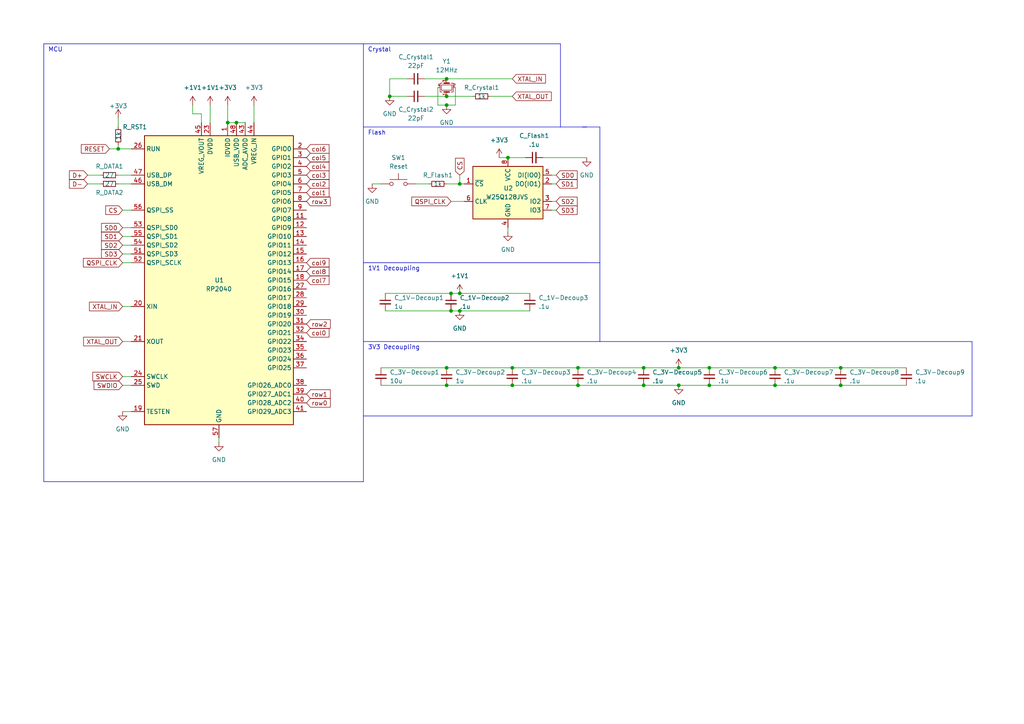
<source format=kicad_sch>
(kicad_sch (version 20230121) (generator eeschema)
  (paper "A4")
  (lib_symbols
    (symbol "Device:C_Small" (pin_numbers hide) (pin_names (offset 0.254) hide)
      (property "Reference" "C" (at 0.254 1.778 0))
      (property "Value" "C_Small" (at 0.254 -2.032 0))
      (symbol "C_Small_0_1"
        (polyline (pts (xy -1.524 -0.508) (xy 1.524 -0.508)) (stroke (width 0.3302)))
        (polyline (pts (xy -1.524 0.508) (xy 1.524 0.508)) (stroke (width 0.3048)))
      )
      (symbol "C_Small_1_1"
        (pin passive line (at 0 2.54 270) (length 2.032) (name "~") (number "1"))
        (pin passive line (at 0 -2.54 90) (length 2.032) (name "~") (number "2"))
      )
    )
    (symbol "Device:Crystal_GND24_Small" (pin_names (offset 1.016) hide)
      (property "Reference" "Y" (at 1.27 4.445 0))
      (property "Value" "Crystal_GND24_Small" (at 1.27 2.54 0))
      (symbol "Crystal_GND24_Small_0_1"
        (rectangle (start -0.762 -1.524) (end 0.762 1.524))
        (polyline (pts (xy -1.27 -0.762) (xy -1.27 0.762)) (stroke (width 0.381)))
        (polyline (pts (xy 1.27 -0.762) (xy 1.27 0.762)) (stroke (width 0.381)))
        (polyline (pts (xy -1.27 -1.27) (xy -1.27 -1.905) (xy 1.27 -1.905) (xy 1.27 -1.27)))
        (polyline (pts (xy -1.27 1.27) (xy -1.27 1.905) (xy 1.27 1.905) (xy 1.27 1.27)))
      )
      (symbol "Crystal_GND24_Small_1_1"
        (pin passive line (at -2.54 0 0) (length 1.27) (name "1") (number "1"))
        (pin passive line (at 0 -2.54 90) (length 0.635) (name "2") (number "2"))
        (pin passive line (at 2.54 0 180) (length 1.27) (name "3") (number "3"))
        (pin passive line (at 0 2.54 270) (length 0.635) (name "4") (number "4"))
      )
    )
    (symbol "Device:R_Small" (pin_numbers hide) (pin_names (offset 0.254) hide)
      (property "Reference" "R" (at 0.762 0.508 0))
      (property "Value" "R_Small" (at 0.762 -1.016 0))
      (symbol "R_Small_0_1"
        (rectangle (start -0.762 1.778) (end 0.762 -1.778) (stroke (width 0.2032)))
      )
      (symbol "R_Small_1_1"
        (pin passive line (at 0 2.54 270) (length 0.762) (name "~") (number "1"))
        (pin passive line (at 0 -2.54 90) (length 0.762) (name "~") (number "2"))
      )
    )
    (symbol "MCU_RaspberryPi:RP2040"
      (property "Reference" "U" (at 17.78 45.72 0))
      (property "Value" "RP2040" (at 17.78 43.18 0))
      (symbol "RP2040_0_1"
        (rectangle (start -21.59 41.91) (end 21.59 -41.91) (stroke (width 0.254)) (fill (type background)))
      )
      (symbol "RP2040_1_1"
        (pin power_in line (at 2.54 45.72 270) (length 3.81) (name "IOVDD") (number "1"))
        (pin passive line (at 2.54 45.72 270) (length 3.81) hide (name "IOVDD") (number "10"))
        (pin bidirectional line (at 25.4 17.78 180) (length 3.81) (name "GPIO8") (number "11"))
        (pin bidirectional line (at 25.4 15.24 180) (length 3.81) (name "GPIO9") (number "12"))
        (pin bidirectional line (at 25.4 12.7 180) (length 3.81) (name "GPIO10") (number "13"))
        (pin bidirectional line (at 25.4 10.16 180) (length 3.81) (name "GPIO11") (number "14"))
        (pin bidirectional line (at 25.4 7.62 180) (length 3.81) (name "GPIO12") (number "15"))
        (pin bidirectional line (at 25.4 5.08 180) (length 3.81) (name "GPIO13") (number "16"))
        (pin bidirectional line (at 25.4 2.54 180) (length 3.81) (name "GPIO14") (number "17"))
        (pin bidirectional line (at 25.4 0 180) (length 3.81) (name "GPIO15") (number "18"))
        (pin input line (at -25.4 -38.1 0) (length 3.81) (name "TESTEN") (number "19"))
        (pin bidirectional line (at 25.4 38.1 180) (length 3.81) (name "GPIO0") (number "2"))
        (pin input line (at -25.4 -7.62 0) (length 3.81) (name "XIN") (number "20"))
        (pin passive line (at -25.4 -17.78 0) (length 3.81) (name "XOUT") (number "21"))
        (pin passive line (at 2.54 45.72 270) (length 3.81) hide (name "IOVDD") (number "22"))
        (pin power_in line (at -2.54 45.72 270) (length 3.81) (name "DVDD") (number "23"))
        (pin output line (at -25.4 -27.94 0) (length 3.81) (name "SWCLK") (number "24"))
        (pin bidirectional line (at -25.4 -30.48 0) (length 3.81) (name "SWD") (number "25"))
        (pin input line (at -25.4 38.1 0) (length 3.81) (name "RUN") (number "26"))
        (pin bidirectional line (at 25.4 -2.54 180) (length 3.81) (name "GPIO16") (number "27"))
        (pin bidirectional line (at 25.4 -5.08 180) (length 3.81) (name "GPIO17") (number "28"))
        (pin bidirectional line (at 25.4 -7.62 180) (length 3.81) (name "GPIO18") (number "29"))
        (pin bidirectional line (at 25.4 35.56 180) (length 3.81) (name "GPIO1") (number "3"))
        (pin bidirectional line (at 25.4 -10.16 180) (length 3.81) (name "GPIO19") (number "30"))
        (pin bidirectional line (at 25.4 -12.7 180) (length 3.81) (name "GPIO20") (number "31"))
        (pin bidirectional line (at 25.4 -15.24 180) (length 3.81) (name "GPIO21") (number "32"))
        (pin passive line (at 2.54 45.72 270) (length 3.81) hide (name "IOVDD") (number "33"))
        (pin bidirectional line (at 25.4 -17.78 180) (length 3.81) (name "GPIO22") (number "34"))
        (pin bidirectional line (at 25.4 -20.32 180) (length 3.81) (name "GPIO23") (number "35"))
        (pin bidirectional line (at 25.4 -22.86 180) (length 3.81) (name "GPIO24") (number "36"))
        (pin bidirectional line (at 25.4 -25.4 180) (length 3.81) (name "GPIO25") (number "37"))
        (pin bidirectional line (at 25.4 -30.48 180) (length 3.81) (name "GPIO26_ADC0") (number "38"))
        (pin bidirectional line (at 25.4 -33.02 180) (length 3.81) (name "GPIO27_ADC1") (number "39"))
        (pin bidirectional line (at 25.4 33.02 180) (length 3.81) (name "GPIO2") (number "4"))
        (pin bidirectional line (at 25.4 -35.56 180) (length 3.81) (name "GPIO28_ADC2") (number "40"))
        (pin bidirectional line (at 25.4 -38.1 180) (length 3.81) (name "GPIO29_ADC3") (number "41"))
        (pin passive line (at 2.54 45.72 270) (length 3.81) hide (name "IOVDD") (number "42"))
        (pin power_in line (at 7.62 45.72 270) (length 3.81) (name "ADC_AVDD") (number "43"))
        (pin power_in line (at 10.16 45.72 270) (length 3.81) (name "VREG_IN") (number "44"))
        (pin power_out line (at -5.08 45.72 270) (length 3.81) (name "VREG_VOUT") (number "45"))
        (pin bidirectional line (at -25.4 27.94 0) (length 3.81) (name "USB_DM") (number "46"))
        (pin bidirectional line (at -25.4 30.48 0) (length 3.81) (name "USB_DP") (number "47"))
        (pin power_in line (at 5.08 45.72 270) (length 3.81) (name "USB_VDD") (number "48"))
        (pin passive line (at 2.54 45.72 270) (length 3.81) hide (name "IOVDD") (number "49"))
        (pin bidirectional line (at 25.4 30.48 180) (length 3.81) (name "GPIO3") (number "5"))
        (pin passive line (at -2.54 45.72 270) (length 3.81) hide (name "DVDD") (number "50"))
        (pin bidirectional line (at -25.4 7.62 0) (length 3.81) (name "QSPI_SD3") (number "51"))
        (pin output line (at -25.4 5.08 0) (length 3.81) (name "QSPI_SCLK") (number "52"))
        (pin bidirectional line (at -25.4 15.24 0) (length 3.81) (name "QSPI_SD0") (number "53"))
        (pin bidirectional line (at -25.4 10.16 0) (length 3.81) (name "QSPI_SD2") (number "54"))
        (pin bidirectional line (at -25.4 12.7 0) (length 3.81) (name "QSPI_SD1") (number "55"))
        (pin bidirectional line (at -25.4 20.32 0) (length 3.81) (name "QSPI_SS") (number "56"))
        (pin power_in line (at 0 -45.72 90) (length 3.81) (name "GND") (number "57"))
        (pin bidirectional line (at 25.4 27.94 180) (length 3.81) (name "GPIO4") (number "6"))
        (pin bidirectional line (at 25.4 25.4 180) (length 3.81) (name "GPIO5") (number "7"))
        (pin bidirectional line (at 25.4 22.86 180) (length 3.81) (name "GPIO6") (number "8"))
        (pin bidirectional line (at 25.4 20.32 180) (length 3.81) (name "GPIO7") (number "9"))
      )
    )
    (symbol "Memory_Flash:W25Q128JVS"
      (property "Reference" "U" (at -8.89 8.89 0))
      (property "Value" "W25Q128JVS" (at 7.62 8.89 0))
      (symbol "W25Q128JVS_0_1"
        (rectangle (start -10.16 7.62) (end 10.16 -7.62) (stroke (width 0.254)) (fill (type background)))
      )
      (symbol "W25Q128JVS_1_1"
        (pin input line (at -12.7 2.54 0) (length 2.54) (name "~{CS}") (number "1"))
        (pin bidirectional line (at 12.7 2.54 180) (length 2.54) (name "DO(IO1)") (number "2"))
        (pin bidirectional line (at 12.7 -2.54 180) (length 2.54) (name "IO2") (number "3"))
        (pin power_in line (at 0 -10.16 90) (length 2.54) (name "GND") (number "4"))
        (pin bidirectional line (at 12.7 5.08 180) (length 2.54) (name "DI(IO0)") (number "5"))
        (pin input line (at -12.7 -2.54 0) (length 2.54) (name "CLK") (number "6"))
        (pin bidirectional line (at 12.7 -5.08 180) (length 2.54) (name "IO3") (number "7"))
        (pin power_in line (at 0 10.16 270) (length 2.54) (name "VCC") (number "8"))
      )
    )
    (symbol "Switch:SW_Push" (pin_numbers hide) (pin_names (offset 1.016) hide)
      (property "Reference" "SW" (at 1.27 2.54 0))
      (property "Value" "SW_Push" (at 0 -1.524 0))
      (symbol "SW_Push_0_1"
        (circle (center -2.032 0) (radius 0.508))
        (polyline (pts (xy 0 1.27) (xy 0 3.048)))
        (polyline (pts (xy 2.54 1.27) (xy -2.54 1.27)))
        (circle (center 2.032 0) (radius 0.508))
        (pin passive line (at -5.08 0 0) (length 2.54) (name "1") (number "1"))
        (pin passive line (at 5.08 0 180) (length 2.54) (name "2") (number "2"))
      )
    )
    (symbol "power:+1V1" (power) (pin_names (offset 0))
      (property "Value" "+1V1" (at 0 3.556 0))
      (symbol "+1V1_0_1"
        (polyline (pts (xy -0.762 1.27) (xy 0 2.54)))
        (polyline (pts (xy 0 0) (xy 0 2.54)))
        (polyline (pts (xy 0 2.54) (xy 0.762 1.27)))
      )
      (symbol "+1V1_1_1"
        (pin power_in line (at 0 0 90) (length 0) hide (name "+1V1") (number "1"))
      )
    )
    (symbol "power:+3V3" (power) (pin_names (offset 0))
      (property "Value" "+3V3" (at 0 3.556 0))
      (symbol "+3V3_0_1"
        (polyline (pts (xy -0.762 1.27) (xy 0 2.54)))
        (polyline (pts (xy 0 0) (xy 0 2.54)))
        (polyline (pts (xy 0 2.54) (xy 0.762 1.27)))
      )
      (symbol "+3V3_1_1"
        (pin power_in line (at 0 0 90) (length 0) hide (name "+3V3") (number "1"))
      )
    )
    (symbol "power:GND" (power) (pin_names (offset 0))
      (property "Value" "GND" (at 0 -3.81 0))
      (symbol "GND_0_1"
        (polyline (pts (xy 0 0) (xy 0 -1.27) (xy 1.27 -1.27) (xy 0 -2.54) (xy -1.27 -1.27) (xy 0 -1.27)))
      )
      (symbol "GND_1_1"
        (pin power_in line (at 0 0 270) (length 0) hide (name "GND") (number "1"))
      )
    )
  )
  (junction (at 243.84 111.76))
  (junction (at 130.81 85.09))
  (junction (at 129.54 111.76))
  (junction (at 130.81 90.17))
  (junction (at 196.85 111.76))
  (junction (at 148.59 111.76))
  (junction (at 129.54 22.86))
  (junction (at 133.35 85.09))
  (junction (at 167.64 106.68))
  (junction (at 129.54 30.48))
  (junction (at 196.85 106.68))
  (junction (at 66.04 35.56))
  (junction (at 186.69 111.76))
  (junction (at 205.74 106.68))
  (junction (at 147.32 45.72))
  (junction (at 129.54 27.94))
  (junction (at 113.03 27.94))
  (junction (at 243.84 106.68))
  (junction (at 224.79 106.68))
  (junction (at 148.59 106.68))
  (junction (at 133.35 90.17))
  (junction (at 205.74 111.76))
  (junction (at 224.79 111.76))
  (junction (at 186.69 106.68))
  (junction (at 129.54 106.68))
  (junction (at 167.64 111.76))
  (junction (at 34.29 43.18))
  (junction (at 133.35 53.34))
  (junction (at 68.58 35.56))
  (wire (pts (xy 35.56 66.04) (xy 38.1 66.04)))
  (polyline (pts (xy 162.56 36.83) (xy 105.41 36.83)))
  (polyline (pts (xy 105.41 76.2) (xy 173.99 76.2)))
  (wire (pts (xy 35.56 76.2) (xy 38.1 76.2)))
  (wire (pts (xy 129.54 111.76) (xy 148.59 111.76)))
  (wire (pts (xy 35.56 99.06) (xy 38.1 99.06)))
  (wire (pts (xy 35.56 68.58) (xy 38.1 68.58)))
  (wire (pts (xy 142.24 27.94) (xy 148.59 27.94)))
  (wire (pts (xy 133.35 50.8) (xy 133.35 53.34)))
  (wire (pts (xy 133.35 53.34) (xy 134.62 53.34)))
  (wire (pts (xy 205.74 106.68) (xy 224.79 106.68)))
  (wire (pts (xy 55.88 30.48) (xy 55.88 33.02)))
  (wire (pts (xy 148.59 111.76) (xy 167.64 111.76)))
  (wire (pts (xy 107.95 53.34) (xy 110.49 53.34)))
  (wire (pts (xy 113.03 27.94) (xy 118.11 27.94)))
  (wire (pts (xy 160.02 60.96) (xy 161.29 60.96)))
  (wire (pts (xy 243.84 106.68) (xy 262.89 106.68)))
  (wire (pts (xy 68.58 35.56) (xy 71.12 35.56)))
  (wire (pts (xy 127 25.4) (xy 127 30.48)))
  (wire (pts (xy 35.56 71.12) (xy 38.1 71.12)))
  (wire (pts (xy 31.75 43.18) (xy 34.29 43.18)))
  (polyline (pts (xy 173.99 36.83) (xy 173.99 76.2)))
  (wire (pts (xy 129.54 22.86) (xy 148.59 22.86)))
  (polyline (pts (xy 105.41 99.06) (xy 173.99 99.06)))
  (polyline (pts (xy 162.56 36.83) (xy 170.18 36.83)))
  (wire (pts (xy 127 30.48) (xy 129.54 30.48)))
  (wire (pts (xy 58.42 33.02) (xy 55.88 33.02)))
  (wire (pts (xy 34.29 50.8) (xy 38.1 50.8)))
  (wire (pts (xy 113.03 22.86) (xy 118.11 22.86)))
  (wire (pts (xy 196.85 111.76) (xy 205.74 111.76)))
  (wire (pts (xy 196.85 106.68) (xy 205.74 106.68)))
  (wire (pts (xy 224.79 111.76) (xy 243.84 111.76)))
  (wire (pts (xy 167.64 111.76) (xy 186.69 111.76)))
  (polyline (pts (xy 173.99 76.2) (xy 173.99 99.06)))
  (wire (pts (xy 130.81 58.42) (xy 134.62 58.42)))
  (wire (pts (xy 129.54 106.68) (xy 148.59 106.68)))
  (polyline (pts (xy 162.56 12.7) (xy 162.56 36.83)))
  (wire (pts (xy 130.81 85.09) (xy 133.35 85.09)))
  (wire (pts (xy 73.66 30.48) (xy 73.66 35.56)))
  (wire (pts (xy 66.04 35.56) (xy 68.58 35.56)))
  (wire (pts (xy 133.35 90.17) (xy 153.67 90.17)))
  (wire (pts (xy 123.19 22.86) (xy 129.54 22.86)))
  (wire (pts (xy 25.4 50.8) (xy 29.21 50.8)))
  (polyline (pts (xy 105.41 12.7) (xy 162.56 12.7)))
  (wire (pts (xy 129.54 27.94) (xy 137.16 27.94)))
  (wire (pts (xy 123.19 27.94) (xy 129.54 27.94)))
  (wire (pts (xy 35.56 60.96) (xy 38.1 60.96)))
  (wire (pts (xy 129.54 53.34) (xy 133.35 53.34)))
  (wire (pts (xy 35.56 73.66) (xy 38.1 73.66)))
  (wire (pts (xy 60.96 30.48) (xy 60.96 35.56)))
  (wire (pts (xy 160.02 50.8) (xy 161.29 50.8)))
  (wire (pts (xy 110.49 106.68) (xy 129.54 106.68)))
  (wire (pts (xy 160.02 58.42) (xy 161.29 58.42)))
  (polyline (pts (xy 281.94 120.65) (xy 105.41 120.65)))
  (wire (pts (xy 130.81 90.17) (xy 133.35 90.17)))
  (wire (pts (xy 113.03 22.86) (xy 113.03 27.94)))
  (wire (pts (xy 243.84 111.76) (xy 262.89 111.76)))
  (wire (pts (xy 157.48 45.72) (xy 170.18 45.72)))
  (wire (pts (xy 35.56 111.76) (xy 38.1 111.76)))
  (polyline (pts (xy 281.94 99.06) (xy 281.94 120.65)))
  (polyline (pts (xy 12.7 12.7) (xy 105.41 12.7)))
  (wire (pts (xy 186.69 106.68) (xy 196.85 106.68)))
  (wire (pts (xy 224.79 106.68) (xy 243.84 106.68)))
  (wire (pts (xy 34.29 43.18) (xy 38.1 43.18)))
  (wire (pts (xy 148.59 106.68) (xy 167.64 106.68)))
  (wire (pts (xy 35.56 88.9) (xy 38.1 88.9)))
  (wire (pts (xy 205.74 111.76) (xy 224.79 111.76)))
  (wire (pts (xy 186.69 111.76) (xy 196.85 111.76)))
  (wire (pts (xy 132.08 30.48) (xy 129.54 30.48)))
  (wire (pts (xy 34.29 41.91) (xy 34.29 43.18)))
  (wire (pts (xy 111.76 85.09) (xy 130.81 85.09)))
  (wire (pts (xy 35.56 109.22) (xy 38.1 109.22)))
  (wire (pts (xy 66.04 30.48) (xy 66.04 35.56)))
  (wire (pts (xy 132.08 25.4) (xy 132.08 30.48)))
  (wire (pts (xy 144.78 45.72) (xy 147.32 45.72)))
  (wire (pts (xy 147.32 66.04) (xy 147.32 67.31)))
  (wire (pts (xy 63.5 127) (xy 63.5 128.27)))
  (polyline (pts (xy 173.99 99.06) (xy 281.94 99.06)))
  (polyline (pts (xy 168.91 36.83) (xy 173.99 36.83)))
  (wire (pts (xy 110.49 111.76) (xy 129.54 111.76)))
  (wire (pts (xy 58.42 33.02) (xy 58.42 35.56)))
  (wire (pts (xy 111.76 90.17) (xy 130.81 90.17)))
  (polyline (pts (xy 12.7 139.7) (xy 105.41 139.7)))
  (wire (pts (xy 160.02 53.34) (xy 161.29 53.34)))
  (wire (pts (xy 167.64 106.68) (xy 186.69 106.68)))
  (polyline (pts (xy 105.41 12.7) (xy 105.41 139.7)))
  (wire (pts (xy 35.56 119.38) (xy 38.1 119.38)))
  (wire (pts (xy 34.29 34.29) (xy 34.29 36.83)))
  (wire (pts (xy 25.4 53.34) (xy 29.21 53.34)))
  (wire (pts (xy 34.29 53.34) (xy 38.1 53.34)))
  (wire (pts (xy 133.35 85.09) (xy 153.67 85.09)))
  (wire (pts (xy 147.32 45.72) (xy 152.4 45.72)))
  (wire (pts (xy 120.65 53.34) (xy 124.46 53.34)))
  (polyline (pts (xy 12.7 139.7) (xy 12.7 12.7)))
  (polyline (pts (xy 105.41 76.2) (xy 170.18 76.2)))
  (text "1V1 Decoupling\n" (at 106.68 78.74 0) (effects (font (size 1.27 1.27)) (justify left bottom)))
  (text "Crystal\n" (at 106.68 15.24 0) (effects (font (size 1.27 1.27)) (justify left bottom)))
  (text "MCU" (at 13.97 15.24 0) (effects (font (size 1.27 1.27)) (justify left bottom)))
  (text "Flash" (at 106.68 39.37 0) (effects (font (size 1.27 1.27)) (justify left bottom)))
  (text "3V3 Decoupling" (at 106.68 101.6 0) (effects (font (size 1.27 1.27)) (justify left bottom)))
  (global_label "col8" (shape input) (at 88.9 78.74 0) (property "Intersheetrefs" "${INTERSHEET_REFS}" (effects hide)))
  (global_label "SD2" (shape input) (at 35.56 71.12 180) (property "Intersheetrefs" "${INTERSHEET_REFS}" (effects hide)))
  (global_label "QSPI_CLK" (shape input) (at 130.81 58.42 180) (property "Intersheetrefs" "${INTERSHEET_REFS}" (effects hide)))
  (global_label "SD3" (shape input) (at 35.56 73.66 180) (property "Intersheetrefs" "${INTERSHEET_REFS}" (effects hide)))
  (global_label "SD0" (shape input) (at 161.29 50.8 0) (property "Intersheetrefs" "${INTERSHEET_REFS}" (effects hide)))
  (global_label "XTAL_OUT" (shape input) (at 148.59 27.94 0) (property "Intersheetrefs" "${INTERSHEET_REFS}" (effects hide)))
  (global_label "col7" (shape input) (at 88.9 81.28 0) (property "Intersheetrefs" "${INTERSHEET_REFS}" (effects hide)))
  (global_label "row3" (shape input) (at 88.9 58.42 0) (property "Intersheetrefs" "${INTERSHEET_REFS}" (effects hide)))
  (global_label "SWCLK" (shape input) (at 35.56 109.22 180) (property "Intersheetrefs" "${INTERSHEET_REFS}" (effects hide)))
  (global_label "col3" (shape input) (at 88.9 50.8 0) (property "Intersheetrefs" "${INTERSHEET_REFS}" (effects hide)))
  (global_label "col5" (shape input) (at 88.9 45.72 0) (property "Intersheetrefs" "${INTERSHEET_REFS}" (effects hide)))
  (global_label "col2" (shape input) (at 88.9 53.34 0) (property "Intersheetrefs" "${INTERSHEET_REFS}" (effects hide)))
  (global_label "col4" (shape input) (at 88.9 48.26 0) (property "Intersheetrefs" "${INTERSHEET_REFS}" (effects hide)))
  (global_label "CS" (shape input) (at 35.56 60.96 180) (property "Intersheetrefs" "${INTERSHEET_REFS}" (effects hide)))
  (global_label "row1" (shape input) (at 88.9 114.3 0) (property "Intersheetrefs" "${INTERSHEET_REFS}" (effects hide)))
  (global_label "D+" (shape input) (at 25.4 50.8 180) (property "Intersheetrefs" "${INTERSHEET_REFS}" (effects hide)))
  (global_label "D-" (shape input) (at 25.4 53.34 180) (property "Intersheetrefs" "${INTERSHEET_REFS}" (effects hide)))
  (global_label "SD0" (shape input) (at 35.56 66.04 180) (property "Intersheetrefs" "${INTERSHEET_REFS}" (effects hide)))
  (global_label "XTAL_IN" (shape input) (at 148.59 22.86 0) (property "Intersheetrefs" "${INTERSHEET_REFS}" (effects hide)))
  (global_label "SD1" (shape input) (at 161.29 53.34 0) (property "Intersheetrefs" "${INTERSHEET_REFS}" (effects hide)))
  (global_label "CS" (shape input) (at 133.35 50.8 90) (property "Intersheetrefs" "${INTERSHEET_REFS}" (effects hide)))
  (global_label "row2" (shape input) (at 88.9 93.98 0) (property "Intersheetrefs" "${INTERSHEET_REFS}" (effects hide)))
  (global_label "SD1" (shape input) (at 35.56 68.58 180) (property "Intersheetrefs" "${INTERSHEET_REFS}" (effects hide)))
  (global_label "col9" (shape input) (at 88.9 76.2 0) (property "Intersheetrefs" "${INTERSHEET_REFS}" (effects hide)))
  (global_label "SD3" (shape input) (at 161.29 60.96 0) (property "Intersheetrefs" "${INTERSHEET_REFS}" (effects hide)))
  (global_label "XTAL_IN" (shape input) (at 35.56 88.9 180) (property "Intersheetrefs" "${INTERSHEET_REFS}" (effects hide)))
  (global_label "SD2" (shape input) (at 161.29 58.42 0) (property "Intersheetrefs" "${INTERSHEET_REFS}" (effects hide)))
  (global_label "XTAL_OUT" (shape input) (at 35.56 99.06 180) (property "Intersheetrefs" "${INTERSHEET_REFS}" (effects hide)))
  (global_label "QSPI_CLK" (shape input) (at 35.56 76.2 180) (property "Intersheetrefs" "${INTERSHEET_REFS}" (effects hide)))
  (global_label "col0" (shape input) (at 88.9 96.52 0) (property "Intersheetrefs" "${INTERSHEET_REFS}" (effects hide)))
  (global_label "RESET" (shape input) (at 31.75 43.18 180) (property "Intersheetrefs" "${INTERSHEET_REFS}" (effects hide)))
  (global_label "row0" (shape input) (at 88.9 116.84 0) (property "Intersheetrefs" "${INTERSHEET_REFS}" (effects hide)))
  (global_label "col1" (shape input) (at 88.9 55.88 0) (property "Intersheetrefs" "${INTERSHEET_REFS}" (effects hide)))
  (global_label "SWDIO" (shape input) (at 35.56 111.76 180) (property "Intersheetrefs" "${INTERSHEET_REFS}" (effects hide)))
  (global_label "col6" (shape input) (at 88.9 43.18 0) (property "Intersheetrefs" "${INTERSHEET_REFS}" (effects hide)))
  (symbol (lib_id "Device:C_Small") (at 224.79 109.22 0) (unit 1)
    (property "Reference" "C_3V-Decoup7" (at 227.33 107.9562 0) (effects (justify left)))
    (property "Value" ".1u" (at 227.33 110.4962 0) (effects (justify left)))
    (property "Footprint" "Capacitor_SMD:C_0402_1005Metric" (effects hide))
  )
  (symbol (lib_id "Device:C_Small") (at 205.74 109.22 0) (unit 1)
    (property "Reference" "C_3V-Decoup6" (at 208.28 107.9562 0) (effects (justify left)))
    (property "Value" ".1u" (at 208.28 110.4962 0) (effects (justify left)))
    (property "Footprint" "Capacitor_SMD:C_0402_1005Metric" (effects hide))
  )
  (symbol (lib_id "Device:C_Small") (at 111.76 87.63 0) (unit 1)
    (property "Reference" "C_1V-Decoup1" (at 114.3 86.3662 0) (effects (justify left)))
    (property "Value" "1u" (at 114.3 88.9062 0) (effects (justify left)))
    (property "Footprint" "Capacitor_SMD:C_0402_1005Metric" (effects hide))
  )
  (symbol (lib_id "power:GND") (at 113.03 27.94 0) (unit 1)
    (property "Reference" "#PWR0109" (effects hide))
    (property "Value" "GND" (at 113.03 33.02 0))
  )
  (symbol (lib_id "power:+3V3") (at 144.78 45.72 0) (unit 1)
    (property "Reference" "#PWR0106" (effects hide))
    (property "Value" "+3V3" (at 144.78 40.64 0))
  )
  (symbol (lib_id "power:GND") (at 170.18 45.72 0) (unit 1)
    (property "Reference" "#PWR0111" (effects hide))
    (property "Value" "GND" (at 170.18 50.8 0))
  )
  (symbol (lib_id "power:GND") (at 107.95 53.34 0) (unit 1)
    (property "Reference" "#PWR0108" (effects hide))
    (property "Value" "GND" (at 107.95 58.42 0))
  )
  (symbol (lib_id "Device:C_Small") (at 262.89 109.22 0) (unit 1)
    (property "Reference" "C_3V-Decoup9" (at 265.43 107.9562 0) (effects (justify left)))
    (property "Value" ".1u" (at 265.43 110.4962 0) (effects (justify left)))
    (property "Footprint" "Capacitor_SMD:C_0402_1005Metric" (effects hide))
  )
  (symbol (lib_id "power:GND") (at 63.5 128.27 0) (unit 1)
    (property "Reference" "#PWR0115" (effects hide))
    (property "Value" "GND" (at 63.5 133.35 0))
  )
  (symbol (lib_id "Device:C_Small") (at 110.49 109.22 0) (unit 1)
    (property "Reference" "C_3V-Decoup1" (at 113.03 107.9562 0) (effects (justify left)))
    (property "Value" "10u" (at 113.03 110.4962 0) (effects (justify left)))
    (property "Footprint" "Capacitor_SMD:C_0402_1005Metric" (effects hide))
  )
  (symbol (lib_id "power:+1V1") (at 133.35 85.09 0) (unit 1)
    (property "Reference" "#PWR0112" (effects hide))
    (property "Value" "+1V1" (at 133.35 80.01 0))
  )
  (symbol (lib_id "power:+3V3") (at 196.85 106.68 0) (unit 1)
    (property "Reference" "#PWR0116" (effects hide))
    (property "Value" "+3V3" (at 196.85 101.6 0))
  )
  (symbol (lib_id "Device:R_Small") (at 31.75 50.8 90) (unit 1)
    (property "Reference" "R_DATA1" (at 31.75 48.26 90))
    (property "Value" "27" (at 31.75 50.8 90))
    (property "Footprint" "Resistor_SMD:R_0402_1005Metric" (effects hide))
  )
  (symbol (lib_id "Device:C_Small") (at 243.84 109.22 0) (unit 1)
    (property "Reference" "C_3V-Decoup8" (at 246.38 107.9562 0) (effects (justify left)))
    (property "Value" ".1u" (at 246.38 110.4962 0) (effects (justify left)))
    (property "Footprint" "Capacitor_SMD:C_0402_1005Metric" (effects hide))
  )
  (symbol (lib_id "Memory_Flash:W25Q128JVS") (at 147.32 55.88 0) (unit 1)
    (property "Reference" "U2" (at 146.05 54.61 0) (effects (justify left)))
    (property "Value" "W25Q128JVS" (at 140.97 57.15 0) (effects (justify left)))
    (property "Footprint" "Package_SO:SOIC-8_5.23x5.23mm_P1.27mm" (effects hide))
    (property "Datasheet" "http://www.winbond.com/resource-files/w25q128jv_dtr%20revc%2003272018%20plus.pdf" (effects hide))
  )
  (symbol (lib_id "Device:C_Small") (at 130.81 87.63 0) (unit 1)
    (property "Reference" "C_1V-Decoup2" (at 133.35 86.3662 0) (effects (justify left)))
    (property "Value" ".1u" (at 133.35 88.9062 0) (effects (justify left)))
    (property "Footprint" "Capacitor_SMD:C_0402_1005Metric" (effects hide))
  )
  (symbol (lib_id "Device:Crystal_GND24_Small") (at 129.54 25.4 90) (unit 1)
    (property "Reference" "Y1" (at 129.54 17.78 90))
    (property "Value" "12MHz" (at 129.54 20.32 90))
    (property "Footprint" "Crystal:Crystal_SMD_3225-4Pin_3.2x2.5mm" (effects hide))
  )
  (symbol (lib_id "power:GND") (at 196.85 111.76 0) (unit 1)
    (property "Reference" "#PWR0117" (effects hide))
    (property "Value" "GND" (at 196.85 116.84 0))
  )
  (symbol (lib_id "Device:C_Small") (at 148.59 109.22 0) (unit 1)
    (property "Reference" "C_3V-Decoup3" (at 151.13 107.9562 0) (effects (justify left)))
    (property "Value" ".1u" (at 151.13 110.4962 0) (effects (justify left)))
    (property "Footprint" "Capacitor_SMD:C_0402_1005Metric" (effects hide))
  )
  (symbol (lib_id "Device:C_Small") (at 153.67 87.63 0) (unit 1)
    (property "Reference" "C_1V-Decoup3" (at 156.21 86.3662 0) (effects (justify left)))
    (property "Value" ".1u" (at 156.21 88.9062 0) (effects (justify left)))
    (property "Footprint" "Capacitor_SMD:C_0402_1005Metric" (effects hide))
  )
  (symbol (lib_id "Device:C_Small") (at 120.65 27.94 90) (unit 1)
    (property "Reference" "C_Crystal2" (at 120.65 31.75 90))
    (property "Value" "22pF" (at 120.65 34.29 90))
    (property "Footprint" "Capacitor_SMD:C_0402_1005Metric" (effects hide))
  )
  (symbol (lib_id "Device:C_Small") (at 154.94 45.72 90) (unit 1)
    (property "Reference" "C_Flash1" (at 154.9463 39.37 90))
    (property "Value" ".1u" (at 154.9463 41.91 90))
    (property "Footprint" "Capacitor_SMD:C_0402_1005Metric" (effects hide))
  )
  (symbol (lib_id "power:GND") (at 129.54 30.48 0) (unit 1)
    (property "Reference" "#PWR0107" (effects hide))
    (property "Value" "GND" (at 129.54 35.56 0))
  )
  (symbol (lib_id "power:+1V1") (at 55.88 30.48 0) (unit 1)
    (property "Reference" "#PWR0102" (effects hide))
    (property "Value" "+1V1" (at 55.88 25.4 0))
  )
  (symbol (lib_id "Device:R_Small") (at 34.29 39.37 0) (unit 1)
    (property "Reference" "R_RST1" (at 35.56 36.83 0) (effects (justify left)))
    (property "Value" "1k" (at 34.29 39.37 90))
    (property "Footprint" "Resistor_SMD:R_0402_1005Metric" (effects hide))
  )
  (symbol (lib_id "MCU_RaspberryPi:RP2040") (at 63.5 81.28 0) (unit 1)
    (property "Reference" "U1" (at 62.23 81.28 0) (effects (justify left)))
    (property "Value" "RP2040" (at 59.69 83.82 0) (effects (justify left)))
    (property "Footprint" "cipulot_parts:RP2040-QFN-56" (effects hide))
    (property "Datasheet" "https://datasheets.raspberrypi.com/rp2040/rp2040-datasheet.pdf" (effects hide))
  )
  (symbol (lib_id "Device:C_Small") (at 167.64 109.22 0) (unit 1)
    (property "Reference" "C_3V-Decoup4" (at 170.18 107.9562 0) (effects (justify left)))
    (property "Value" ".1u" (at 170.18 110.4962 0) (effects (justify left)))
    (property "Footprint" "Capacitor_SMD:C_0402_1005Metric" (effects hide))
  )
  (symbol (lib_id "Device:C_Small") (at 186.69 109.22 0) (unit 1)
    (property "Reference" "C_3V-Decoup5" (at 189.23 107.9562 0) (effects (justify left)))
    (property "Value" ".1u" (at 189.23 110.4962 0) (effects (justify left)))
    (property "Footprint" "Capacitor_SMD:C_0402_1005Metric" (effects hide))
  )
  (symbol (lib_id "power:GND") (at 147.32 67.31 0) (unit 1)
    (property "Reference" "#PWR0110" (effects hide))
    (property "Value" "GND" (at 147.32 72.39 0))
  )
  (symbol (lib_id "power:GND") (at 133.35 90.17 0) (unit 1)
    (property "Reference" "#PWR0113" (effects hide))
    (property "Value" "GND" (at 133.35 95.25 0))
  )
  (symbol (lib_id "Device:R_Small") (at 31.75 53.34 90) (unit 1)
    (property "Reference" "R_DATA2" (at 31.75 55.88 90))
    (property "Value" "27" (at 31.75 53.34 90))
    (property "Footprint" "Resistor_SMD:R_0402_1005Metric" (effects hide))
  )
  (symbol (lib_id "power:+1V1") (at 60.96 30.48 0) (unit 1)
    (property "Reference" "#PWR0103" (effects hide))
    (property "Value" "+1V1" (at 60.96 25.4 0))
  )
  (symbol (lib_id "Device:C_Small") (at 120.65 22.86 90) (unit 1)
    (property "Reference" "C_Crystal1" (at 120.6563 16.51 90))
    (property "Value" "22pF" (at 120.6563 19.05 90))
    (property "Footprint" "Capacitor_SMD:C_0402_1005Metric" (effects hide))
  )
  (symbol (lib_id "Device:C_Small") (at 129.54 109.22 0) (unit 1)
    (property "Reference" "C_3V-Decoup2" (at 132.08 107.9562 0) (effects (justify left)))
    (property "Value" "1u" (at 132.08 110.4962 0) (effects (justify left)))
    (property "Footprint" "Capacitor_SMD:C_0402_1005Metric" (effects hide))
  )
  (symbol (lib_id "Switch:SW_Push") (at 115.57 53.34 0) (unit 1)
    (property "Reference" "SW1" (at 115.57 45.72 0))
    (property "Value" "Reset" (at 115.57 48.26 0))
    (property "Footprint" "Connector_PinHeader_1.27mm:PinHeader_1x02_P1.27mm_Vertical" (effects hide))
  )
  (symbol (lib_id "power:+3V3") (at 34.29 34.29 0) (unit 1)
    (property "Reference" "#PWR0105" (effects hide))
    (property "Value" "+3V3" (at 34.29 30.734 0))
  )
  (symbol (lib_id "Device:R_Small") (at 127 53.34 90) (unit 1)
    (property "Reference" "R_Flash1" (at 127 50.8 90))
    (property "Value" "1k" (at 127 53.34 90))
    (property "Footprint" "Resistor_SMD:R_0402_1005Metric" (effects hide))
  )
  (symbol (lib_id "power:+3V3") (at 66.04 30.48 0) (unit 1)
    (property "Reference" "#PWR0101" (effects hide))
    (property "Value" "+3V3" (at 66.04 25.4 0))
  )
  (symbol (lib_id "Device:R_Small") (at 139.7 27.94 90) (unit 1)
    (property "Reference" "R_Crystal1" (at 139.7 25.4 90))
    (property "Value" "1k" (at 139.7 27.94 90))
    (property "Footprint" "Resistor_SMD:R_0402_1005Metric" (effects hide))
  )
  (symbol (lib_id "power:+3V3") (at 73.66 30.48 0) (unit 1)
    (property "Reference" "#PWR0104" (effects hide))
    (property "Value" "+3V3" (at 73.66 25.4 0))
  )
  (symbol (lib_id "power:GND") (at 35.56 119.38 0) (unit 1)
    (property "Reference" "#PWR0114" (effects hide))
    (property "Value" "GND" (at 35.56 124.46 0))
  )
)
</source>
